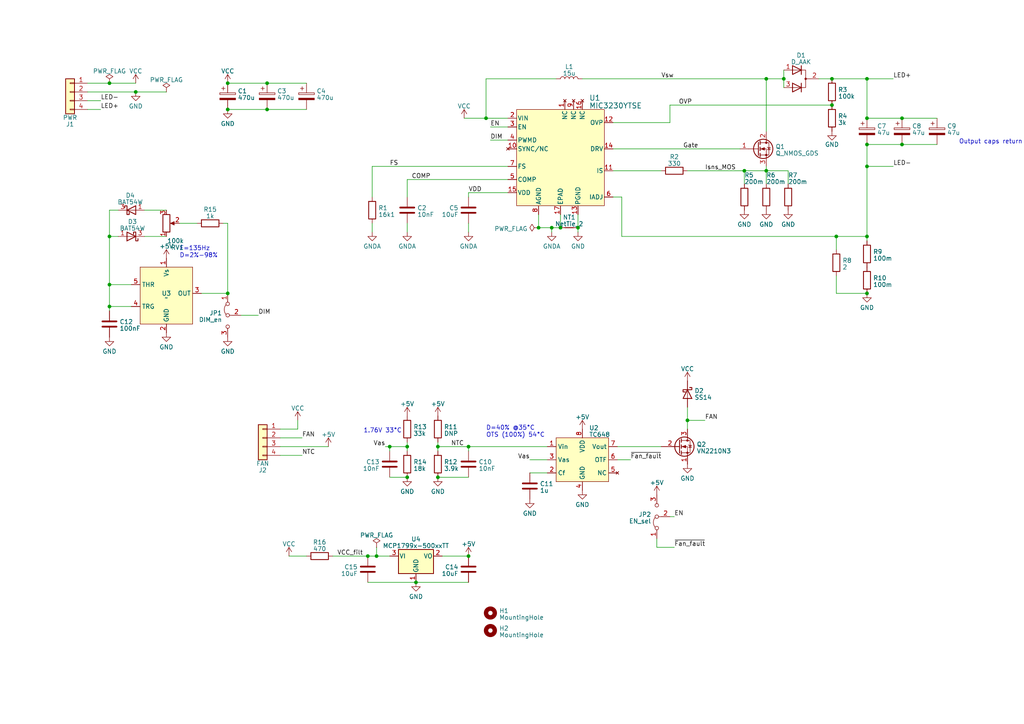
<source format=kicad_sch>
(kicad_sch (version 20230121) (generator eeschema)
  (paper "A4")
  (lib_symbols
    (symbol "Connector_Generic:Conn_01x04" (pin_names (offset 1.016) hide)
      (property "Reference" "J" (at 0 5.08 0))
      (property "Value" "Conn_01x04" (at 0 -7.62 0))
      (symbol "Conn_01x04_1_1"
        (rectangle (start -1.27 -4.953) (end 0 -5.207) (stroke (width 0.1524)))
        (rectangle (start -1.27 -2.413) (end 0 -2.667) (stroke (width 0.1524)))
        (rectangle (start -1.27 0.127) (end 0 -0.127) (stroke (width 0.1524)))
        (rectangle (start -1.27 2.667) (end 0 2.413) (stroke (width 0.1524)))
        (rectangle (start -1.27 3.81) (end 1.27 -6.35) (stroke (width 0.254)) (fill (type background)))
        (pin passive line (at -5.08 2.54 0) (length 3.81) (name "Pin_1") (number "1"))
        (pin passive line (at -5.08 0 0) (length 3.81) (name "Pin_2") (number "2"))
        (pin passive line (at -5.08 -2.54 0) (length 3.81) (name "Pin_3") (number "3"))
        (pin passive line (at -5.08 -5.08 0) (length 3.81) (name "Pin_4") (number "4"))
      )
    )
    (symbol "Device:C" (pin_numbers hide) (pin_names (offset 0.254))
      (property "Reference" "C" (at 0.635 2.54 0))
      (property "Value" "C" (at 0.635 -2.54 0))
      (symbol "C_0_1"
        (polyline (pts (xy -2.032 -0.762) (xy 2.032 -0.762)) (stroke (width 0.508)))
        (polyline (pts (xy -2.032 0.762) (xy 2.032 0.762)) (stroke (width 0.508)))
      )
      (symbol "C_1_1"
        (pin passive line (at 0 3.81 270) (length 2.794) (name "~") (number "1"))
        (pin passive line (at 0 -3.81 90) (length 2.794) (name "~") (number "2"))
      )
    )
    (symbol "Device:C_Polarized" (pin_numbers hide) (pin_names (offset 0.254))
      (property "Reference" "C" (at 0.635 2.54 0))
      (property "Value" "C_Polarized" (at 0.635 -2.54 0))
      (symbol "C_Polarized_0_1"
        (rectangle (start -2.286 0.508) (end 2.286 1.016))
        (polyline (pts (xy -1.778 2.286) (xy -0.762 2.286)))
        (polyline (pts (xy -1.27 2.794) (xy -1.27 1.778)))
        (rectangle (start 2.286 -0.508) (end -2.286 -1.016) (fill (type outline)))
      )
      (symbol "C_Polarized_1_1"
        (pin passive line (at 0 3.81 270) (length 2.794) (name "~") (number "1"))
        (pin passive line (at 0 -3.81 90) (length 2.794) (name "~") (number "2"))
      )
    )
    (symbol "Device:D_Dual_CommonCathode_AKA_Parallel" (pin_names (offset 0.762) hide)
      (property "Reference" "D" (at 0 5.08 0))
      (property "Value" "D_Dual_CommonCathode_AKA_Parallel" (at 0 -5.08 0))
      (symbol "D_Dual_CommonCathode_AKA_Parallel_0_0"
        (polyline (pts (xy 0 -1.27) (xy 0 -3.81)) (stroke (width 0.254)))
        (polyline (pts (xy 0 3.81) (xy 0 1.27)) (stroke (width 0.254)))
      )
      (symbol "D_Dual_CommonCathode_AKA_Parallel_0_1"
        (polyline (pts (xy 1.27 0) (xy 2.54 0)))
        (polyline (pts (xy -2.54 -2.54) (xy 1.27 -2.54) (xy 1.27 2.54) (xy -2.54 2.54)))
        (polyline (pts (xy -2.54 -1.27) (xy 0 -2.54) (xy -2.54 -3.81) (xy -2.54 -1.27) (xy -2.54 -1.27) (xy -2.54 -1.27)) (stroke (width 0.254)))
        (polyline (pts (xy -2.54 3.81) (xy 0 2.54) (xy -2.54 1.27) (xy -2.54 3.81) (xy -2.54 3.81) (xy -2.54 3.81)) (stroke (width 0.254)))
        (circle (center 1.27 0) (radius 0.254) (fill (type outline)))
        (pin passive line (at -5.08 2.54 0) (length 2.54) (name "K") (number "1"))
        (pin passive line (at 5.08 0 180) (length 2.54) (name "A") (number "2"))
        (pin passive line (at -5.08 -2.54 0) (length 2.54) (name "K") (number "3"))
      )
    )
    (symbol "Device:D_Schottky" (pin_numbers hide) (pin_names (offset 1.016) hide)
      (property "Reference" "D" (at 0 2.54 0))
      (property "Value" "D_Schottky" (at 0 -2.54 0))
      (symbol "D_Schottky_0_1"
        (polyline (pts (xy 1.27 0) (xy -1.27 0)))
        (polyline (pts (xy 1.27 1.27) (xy 1.27 -1.27) (xy -1.27 0) (xy 1.27 1.27)) (stroke (width 0.254)))
        (polyline (pts (xy -1.905 0.635) (xy -1.905 1.27) (xy -1.27 1.27) (xy -1.27 -1.27) (xy -0.635 -1.27) (xy -0.635 -0.635)) (stroke (width 0.254)))
      )
      (symbol "D_Schottky_1_1"
        (pin passive line (at -3.81 0 0) (length 2.54) (name "K") (number "1"))
        (pin passive line (at 3.81 0 180) (length 2.54) (name "A") (number "2"))
      )
    )
    (symbol "Device:L" (pin_numbers hide) (pin_names (offset 1.016) hide)
      (property "Reference" "L" (at -1.27 0 90))
      (property "Value" "L" (at 1.905 0 90))
      (symbol "L_0_1"
        (arc (start 0 -2.54) (mid 0.6323 -1.905) (end 0 -1.27))
        (arc (start 0 -1.27) (mid 0.6323 -0.635) (end 0 0))
        (arc (start 0 0) (mid 0.6323 0.635) (end 0 1.27))
        (arc (start 0 1.27) (mid 0.6323 1.905) (end 0 2.54))
      )
      (symbol "L_1_1"
        (pin passive line (at 0 3.81 270) (length 1.27) (name "1") (number "1"))
        (pin passive line (at 0 -3.81 90) (length 1.27) (name "2") (number "2"))
      )
    )
    (symbol "Device:NetTie_2" (pin_numbers hide) (pin_names (offset 0) hide) (in_bom no)
      (property "Reference" "NT" (at 0 1.27 0))
      (property "Value" "NetTie_2" (at 0 -1.27 0))
      (symbol "NetTie_2_0_1"
        (polyline (pts (xy -1.27 0) (xy 1.27 0)) (stroke (width 0.254)))
      )
      (symbol "NetTie_2_1_1"
        (pin passive line (at -2.54 0 0) (length 2.54) (name "1") (number "1"))
        (pin passive line (at 2.54 0 180) (length 2.54) (name "2") (number "2"))
      )
    )
    (symbol "Device:Q_NMOS_GDS" (pin_names (offset 0) hide)
      (property "Reference" "Q" (at 5.08 1.27 0))
      (property "Value" "Q_NMOS_GDS" (at 5.08 -1.27 0))
      (symbol "Q_NMOS_GDS_0_1"
        (polyline (pts (xy 0.254 0) (xy -2.54 0)))
        (polyline (pts (xy 0.254 1.905) (xy 0.254 -1.905)) (stroke (width 0.254)))
        (polyline (pts (xy 0.762 -1.27) (xy 0.762 -2.286)) (stroke (width 0.254)))
        (polyline (pts (xy 0.762 0.508) (xy 0.762 -0.508)) (stroke (width 0.254)))
        (polyline (pts (xy 0.762 2.286) (xy 0.762 1.27)) (stroke (width 0.254)))
        (polyline (pts (xy 2.54 2.54) (xy 2.54 1.778)))
        (polyline (pts (xy 2.54 -2.54) (xy 2.54 0) (xy 0.762 0)))
        (polyline (pts (xy 0.762 -1.778) (xy 3.302 -1.778) (xy 3.302 1.778) (xy 0.762 1.778)))
        (polyline (pts (xy 1.016 0) (xy 2.032 0.381) (xy 2.032 -0.381) (xy 1.016 0)) (fill (type outline)))
        (polyline (pts (xy 2.794 0.508) (xy 2.921 0.381) (xy 3.683 0.381) (xy 3.81 0.254)))
        (polyline (pts (xy 3.302 0.381) (xy 2.921 -0.254) (xy 3.683 -0.254) (xy 3.302 0.381)))
        (circle (center 1.651 0) (radius 2.794) (stroke (width 0.254)))
        (circle (center 2.54 -1.778) (radius 0.254) (fill (type outline)))
        (circle (center 2.54 1.778) (radius 0.254) (fill (type outline)))
      )
      (symbol "Q_NMOS_GDS_1_1"
        (pin input line (at -5.08 0 0) (length 2.54) (name "G") (number "1"))
        (pin passive line (at 2.54 5.08 270) (length 2.54) (name "D") (number "2"))
        (pin passive line (at 2.54 -5.08 90) (length 2.54) (name "S") (number "3"))
      )
    )
    (symbol "Device:Q_NMOS_SGD" (pin_names (offset 0) hide)
      (property "Reference" "Q" (at 5.08 1.27 0))
      (property "Value" "Q_NMOS_SGD" (at 5.08 -1.27 0))
      (symbol "Q_NMOS_SGD_0_1"
        (polyline (pts (xy 0.254 0) (xy -2.54 0)))
        (polyline (pts (xy 0.254 1.905) (xy 0.254 -1.905)) (stroke (width 0.254)))
        (polyline (pts (xy 0.762 -1.27) (xy 0.762 -2.286)) (stroke (width 0.254)))
        (polyline (pts (xy 0.762 0.508) (xy 0.762 -0.508)) (stroke (width 0.254)))
        (polyline (pts (xy 0.762 2.286) (xy 0.762 1.27)) (stroke (width 0.254)))
        (polyline (pts (xy 2.54 2.54) (xy 2.54 1.778)))
        (polyline (pts (xy 2.54 -2.54) (xy 2.54 0) (xy 0.762 0)))
        (polyline (pts (xy 0.762 -1.778) (xy 3.302 -1.778) (xy 3.302 1.778) (xy 0.762 1.778)))
        (polyline (pts (xy 1.016 0) (xy 2.032 0.381) (xy 2.032 -0.381) (xy 1.016 0)) (fill (type outline)))
        (polyline (pts (xy 2.794 0.508) (xy 2.921 0.381) (xy 3.683 0.381) (xy 3.81 0.254)))
        (polyline (pts (xy 3.302 0.381) (xy 2.921 -0.254) (xy 3.683 -0.254) (xy 3.302 0.381)))
        (circle (center 1.651 0) (radius 2.794) (stroke (width 0.254)))
        (circle (center 2.54 -1.778) (radius 0.254) (fill (type outline)))
        (circle (center 2.54 1.778) (radius 0.254) (fill (type outline)))
      )
      (symbol "Q_NMOS_SGD_1_1"
        (pin passive line (at 2.54 -5.08 90) (length 2.54) (name "S") (number "1"))
        (pin input line (at -5.08 0 0) (length 5.08) (name "G") (number "2"))
        (pin passive line (at 2.54 5.08 270) (length 2.54) (name "D") (number "3"))
      )
    )
    (symbol "Device:R" (pin_numbers hide) (pin_names (offset 0))
      (property "Reference" "R" (at 2.032 0 90))
      (property "Value" "R" (at 0 0 90))
      (symbol "R_0_1"
        (rectangle (start -1.016 -2.54) (end 1.016 2.54) (stroke (width 0.254)))
      )
      (symbol "R_1_1"
        (pin passive line (at 0 3.81 270) (length 1.27) (name "~") (number "1"))
        (pin passive line (at 0 -3.81 90) (length 1.27) (name "~") (number "2"))
      )
    )
    (symbol "Device:R_Potentiometer" (pin_names (offset 1.016) hide)
      (property "Reference" "RV" (at -4.445 0 90))
      (property "Value" "R_Potentiometer" (at -2.54 0 90))
      (symbol "R_Potentiometer_0_1"
        (polyline (pts (xy 2.54 0) (xy 1.524 0)))
        (polyline (pts (xy 1.143 0) (xy 2.286 0.508) (xy 2.286 -0.508) (xy 1.143 0)) (fill (type outline)))
        (rectangle (start 1.016 2.54) (end -1.016 -2.54) (stroke (width 0.254)))
      )
      (symbol "R_Potentiometer_1_1"
        (pin passive line (at 0 3.81 270) (length 1.27) (name "1") (number "1"))
        (pin passive line (at 3.81 0 180) (length 1.27) (name "2") (number "2"))
        (pin passive line (at 0 -3.81 90) (length 1.27) (name "3") (number "3"))
      )
    )
    (symbol "Diode:BAT54W" (pin_names (offset 1.016) hide)
      (property "Reference" "D" (at 0 2.54 0))
      (property "Value" "BAT54W" (at 0 -2.54 0))
      (symbol "BAT54W_0_1"
        (polyline (pts (xy 1.27 0) (xy -1.27 0)))
        (polyline (pts (xy 1.27 1.27) (xy 1.27 -1.27) (xy -1.27 0) (xy 1.27 1.27)) (stroke (width 0.254)))
        (polyline (pts (xy -1.905 0.635) (xy -1.905 1.27) (xy -1.27 1.27) (xy -1.27 -1.27) (xy -0.635 -1.27) (xy -0.635 -0.635)) (stroke (width 0.254)))
      )
      (symbol "BAT54W_1_1"
        (pin passive line (at 3.81 0 180) (length 2.54) (name "A") (number "1"))
        (pin no_connect line (at 0 0 90) (length 2.54) hide (name "NC") (number "2"))
        (pin passive line (at -3.81 0 0) (length 2.54) (name "K") (number "3"))
      )
    )
    (symbol "Jumper:Jumper_3_Bridged12" (pin_names (offset 0) hide)
      (property "Reference" "JP" (at -2.54 -2.54 0))
      (property "Value" "Jumper_3_Bridged12" (at 0 2.794 0))
      (symbol "Jumper_3_Bridged12_0_0"
        (circle (center -3.302 0) (radius 0.508))
        (circle (center 0 0) (radius 0.508))
        (circle (center 3.302 0) (radius 0.508))
      )
      (symbol "Jumper_3_Bridged12_0_1"
        (arc (start -0.254 0.508) (mid -1.651 0.9912) (end -3.048 0.508))
        (polyline (pts (xy 0 -1.27) (xy 0 -0.508)))
      )
      (symbol "Jumper_3_Bridged12_1_1"
        (pin passive line (at -6.35 0 0) (length 2.54) (name "A") (number "1"))
        (pin passive line (at 0 -3.81 90) (length 2.54) (name "C") (number "2"))
        (pin passive line (at 6.35 0 180) (length 2.54) (name "B") (number "3"))
      )
    )
    (symbol "Mechanical:MountingHole" (pin_names (offset 1.016))
      (property "Reference" "H" (at 0 5.08 0))
      (property "Value" "MountingHole" (at 0 3.175 0))
      (symbol "MountingHole_0_1"
        (circle (center 0 0) (radius 1.27) (stroke (width 1.27)))
      )
    )
    (symbol "Regulator_Linear:MCP1799x-500xxTT" (pin_names (offset 0.254))
      (property "Reference" "U" (at -3.81 3.175 0))
      (property "Value" "MCP1799x-500xxTT" (at 0 3.175 0))
      (symbol "MCP1799x-500xxTT_0_1"
        (rectangle (start -5.08 1.905) (end 5.08 -5.08) (stroke (width 0.254)) (fill (type background)))
      )
      (symbol "MCP1799x-500xxTT_1_1"
        (pin power_in line (at 0 -7.62 90) (length 2.54) (name "GND") (number "1"))
        (pin power_out line (at 7.62 0 180) (length 2.54) (name "VO") (number "2"))
        (pin power_in line (at -7.62 0 0) (length 2.54) (name "VI") (number "3"))
      )
    )
    (symbol "_MYLIBRARY:MIC1555"
      (property "Reference" "U" (at 0 0 0))
      (symbol "MIC1555_1_1"
        (rectangle (start -7.62 7.62) (end 7.62 -8.89) (fill (type background)))
        (pin power_in line (at 0 10.16 270) (length 2.54) (name "Vs") (number "1"))
        (pin power_in line (at 0 -11.43 90) (length 2.54) (name "GND") (number "2"))
        (pin output line (at 10.16 0 180) (length 2.54) (name "OUT") (number "3"))
        (pin input line (at -10.16 -3.81 0) (length 2.54) (name "TRG") (number "4"))
        (pin input line (at -10.16 2.54 0) (length 2.54) (name "THR") (number "5"))
      )
    )
    (symbol "_MYLIBRARY:MIC3230YTSE" (pin_names (offset 0.254))
      (property "Reference" "U" (at 1.27 0 0))
      (property "Value" "MIC3230YTSE" (at 1.27 -2.54 0))
      (symbol "MIC3230YTSE_0_1"
        (pin no_connect line (at 2.54 15.24 270) (length 2.54) (name "NC") (number "1"))
        (pin input line (at 16.51 -5.08 180) (length 2.54) (name "IS") (number "11"))
        (pin power_in line (at 6.35 -17.78 90) (length 2.54) (name "PGND") (number "13"))
        (pin output line (at 16.51 1.27 180) (length 2.54) (name "DRV") (number "14"))
        (pin no_connect line (at 7.62 15.24 270) (length 2.54) (name "NC") (number "16"))
        (pin input line (at -13.97 10.16 0) (length 2.54) (name "VIN") (number "2"))
        (pin input line (at -13.97 7.62 0) (length 2.54) (name "EN") (number "3"))
        (pin input line (at -13.97 3.81 0) (length 2.54) (name "PWMD") (number "4"))
        (pin output line (at -13.97 -7.62 0) (length 2.54) (name "COMP") (number "5"))
        (pin input line (at 16.51 -12.7 180) (length 2.54) (name "IADJ") (number "6"))
        (pin input line (at -13.97 -3.81 0) (length 2.54) (name "FS") (number "7"))
        (pin power_in line (at -5.08 -17.78 90) (length 2.54) (name "AGND") (number "8"))
        (pin no_connect line (at 5.08 15.24 270) (length 2.54) (name "NC") (number "9"))
      )
      (symbol "MIC3230YTSE_1_1"
        (rectangle (start -11.43 12.7) (end 13.97 -15.24) (fill (type background)))
        (pin no_connect line (at -13.97 1.27 0) (length 2.54) (name "SYNC/NC") (number "10"))
        (pin input line (at 16.51 8.89 180) (length 2.54) (name "OVP") (number "12"))
        (pin bidirectional line (at -13.97 -11.43 0) (length 2.54) (name "VDD") (number "15"))
        (pin power_in line (at 1.27 -17.78 90) (length 2.54) (name "EPAD") (number "17"))
      )
    )
    (symbol "_MYLIBRARY:TC648"
      (property "Reference" "U" (at 0 0 0))
      (property "Value" "TC648" (at 0 0 0))
      (symbol "TC648_1_1"
        (rectangle (start -7.62 6.35) (end 7.62 -6.35) (fill (type background)))
        (pin input line (at -10.16 3.81 0) (length 2.54) (name "Vin") (number "1"))
        (pin passive line (at -10.16 -3.81 0) (length 2.54) (name "Cf") (number "2"))
        (pin passive line (at -10.16 0 0) (length 2.54) (name "Vas") (number "3"))
        (pin power_in line (at 0 -8.89 90) (length 2.54) (name "GND") (number "4"))
        (pin no_connect line (at 10.16 -3.81 180) (length 2.54) (name "NC") (number "5"))
        (pin output line (at 10.16 0 180) (length 2.54) (name "OTF") (number "6"))
        (pin output line (at 10.16 3.81 180) (length 2.54) (name "Vout") (number "7"))
        (pin power_in line (at 0 8.89 270) (length 2.54) (name "VDD") (number "8"))
      )
    )
    (symbol "power:+5V" (power) (pin_names (offset 0))
      (property "Value" "+5V" (at 0 3.556 0))
      (symbol "+5V_0_1"
        (polyline (pts (xy -0.762 1.27) (xy 0 2.54)))
        (polyline (pts (xy 0 0) (xy 0 2.54)))
        (polyline (pts (xy 0 2.54) (xy 0.762 1.27)))
      )
      (symbol "+5V_1_1"
        (pin power_in line (at 0 0 90) (length 0) hide (name "+5V") (number "1"))
      )
    )
    (symbol "power:GND" (power) (pin_names (offset 0))
      (property "Value" "GND" (at 0 -3.81 0))
      (symbol "GND_0_1"
        (polyline (pts (xy 0 0) (xy 0 -1.27) (xy 1.27 -1.27) (xy 0 -2.54) (xy -1.27 -1.27) (xy 0 -1.27)))
      )
      (symbol "GND_1_1"
        (pin power_in line (at 0 0 270) (length 0) hide (name "GND") (number "1"))
      )
    )
    (symbol "power:GNDA" (power) (pin_names (offset 0))
      (property "Value" "GNDA" (at 0 -3.81 0))
      (symbol "GNDA_0_1"
        (polyline (pts (xy 0 0) (xy 0 -1.27) (xy 1.27 -1.27) (xy 0 -2.54) (xy -1.27 -1.27) (xy 0 -1.27)))
      )
      (symbol "GNDA_1_1"
        (pin power_in line (at 0 0 270) (length 0) hide (name "GNDA") (number "1"))
      )
    )
    (symbol "power:PWR_FLAG" (power) (pin_numbers hide) (pin_names (offset 0) hide)
      (property "Value" "PWR_FLAG" (at 0 3.81 0))
      (symbol "PWR_FLAG_0_0"
        (pin power_out line (at 0 0 90) (length 0) (name "pwr") (number "1"))
      )
      (symbol "PWR_FLAG_0_1"
        (polyline (pts (xy 0 0) (xy 0 1.27) (xy -1.016 1.905) (xy 0 2.54) (xy 1.016 1.905) (xy 0 1.27)))
      )
    )
    (symbol "power:VCC" (power) (pin_names (offset 0))
      (property "Value" "VCC" (at 0 3.81 0))
      (symbol "VCC_0_1"
        (polyline (pts (xy -0.762 1.27) (xy 0 2.54)))
        (polyline (pts (xy 0 0) (xy 0 2.54)))
        (polyline (pts (xy 0 2.54) (xy 0.762 1.27)))
      )
      (symbol "VCC_1_1"
        (pin power_in line (at 0 0 90) (length 0) hide (name "VCC") (number "1"))
      )
    )
  )
  (junction (at 251.46 48.26))
  (junction (at 222.25 49.53))
  (junction (at 241.3 22.86))
  (junction (at 106.68 161.29))
  (junction (at 31.75 24.13))
  (junction (at 127 129.54))
  (junction (at 160.02 66.04))
  (junction (at 120.65 168.91))
  (junction (at 66.04 31.75))
  (junction (at 222.25 22.86))
  (junction (at 167.64 66.04))
  (junction (at 109.22 161.29))
  (junction (at 261.62 34.29))
  (junction (at 77.47 31.75))
  (junction (at 135.89 161.29))
  (junction (at 118.11 129.54))
  (junction (at 215.9 49.53))
  (junction (at 251.46 41.91))
  (junction (at 77.47 24.13))
  (junction (at 66.04 24.13))
  (junction (at 251.46 22.86))
  (junction (at 251.46 85.09))
  (junction (at 242.57 68.58))
  (junction (at 31.75 88.9))
  (junction (at 127 138.43))
  (junction (at 227.33 22.86))
  (junction (at 156.21 66.04))
  (junction (at 31.75 82.55))
  (junction (at 39.37 26.67))
  (junction (at 66.04 85.09))
  (junction (at 251.46 34.29))
  (junction (at 135.89 129.54))
  (junction (at 251.46 68.58))
  (junction (at 241.3 30.48))
  (junction (at 113.03 129.54))
  (junction (at 140.97 34.29))
  (junction (at 118.11 138.43))
  (junction (at 261.62 41.91))
  (junction (at 31.75 68.58))
  (junction (at 162.56 66.04))
  (junction (at 199.39 121.92))
  (wire (pts (xy 251.46 68.58) (xy 242.57 68.58)))
  (wire (pts (xy 31.75 68.58) (xy 34.29 68.58)))
  (wire (pts (xy 222.25 22.86) (xy 227.33 22.86)))
  (wire (pts (xy 241.3 22.86) (xy 251.46 22.86)))
  (wire (pts (xy 118.11 57.15) (xy 118.11 52.07)))
  (wire (pts (xy 168.91 22.86) (xy 222.25 22.86)))
  (wire (pts (xy 118.11 129.54) (xy 118.11 130.81)))
  (wire (pts (xy 127 138.43) (xy 135.89 138.43)))
  (wire (pts (xy 179.07 129.54) (xy 191.77 129.54)))
  (wire (pts (xy 87.63 132.08) (xy 81.28 132.08)))
  (wire (pts (xy 135.89 130.81) (xy 135.89 129.54)))
  (wire (pts (xy 199.39 124.46) (xy 199.39 121.92)))
  (wire (pts (xy 106.68 161.29) (xy 96.52 161.29)))
  (wire (pts (xy 222.25 49.53) (xy 222.25 48.26)))
  (wire (pts (xy 31.75 82.55) (xy 31.75 88.9)))
  (wire (pts (xy 106.68 168.91) (xy 120.65 168.91)))
  (wire (pts (xy 180.34 68.58) (xy 242.57 68.58)))
  (wire (pts (xy 39.37 26.67) (xy 48.26 26.67)))
  (wire (pts (xy 25.4 31.75) (xy 29.21 31.75)))
  (wire (pts (xy 25.4 24.13) (xy 31.75 24.13)))
  (wire (pts (xy 38.1 88.9) (xy 31.75 88.9)))
  (wire (pts (xy 156.21 66.04) (xy 160.02 66.04)))
  (wire (pts (xy 251.46 41.91) (xy 251.46 48.26)))
  (wire (pts (xy 251.46 34.29) (xy 261.62 34.29)))
  (wire (pts (xy 113.03 138.43) (xy 118.11 138.43)))
  (wire (pts (xy 118.11 52.07) (xy 147.32 52.07)))
  (wire (pts (xy 120.65 168.91) (xy 135.89 168.91)))
  (wire (pts (xy 83.82 161.29) (xy 88.9 161.29)))
  (wire (pts (xy 113.03 129.54) (xy 118.11 129.54)))
  (wire (pts (xy 251.46 22.86) (xy 251.46 34.29)))
  (wire (pts (xy 156.21 62.23) (xy 156.21 66.04)))
  (wire (pts (xy 251.46 41.91) (xy 261.62 41.91)))
  (wire (pts (xy 251.46 22.86) (xy 259.08 22.86)))
  (wire (pts (xy 199.39 121.92) (xy 199.39 118.11)))
  (wire (pts (xy 227.33 20.32) (xy 227.33 22.86)))
  (wire (pts (xy 41.91 60.96) (xy 48.26 60.96)))
  (wire (pts (xy 111.76 129.54) (xy 113.03 129.54)))
  (wire (pts (xy 134.62 34.29) (xy 140.97 34.29)))
  (wire (pts (xy 64.77 64.77) (xy 66.04 64.77)))
  (wire (pts (xy 194.31 35.56) (xy 177.8 35.56)))
  (wire (pts (xy 222.25 49.53) (xy 228.6 49.53)))
  (wire (pts (xy 135.89 57.15) (xy 135.89 55.88)))
  (wire (pts (xy 118.11 128.27) (xy 118.11 129.54)))
  (wire (pts (xy 58.42 85.09) (xy 66.04 85.09)))
  (wire (pts (xy 142.24 40.64) (xy 147.32 40.64)))
  (wire (pts (xy 135.89 129.54) (xy 158.75 129.54)))
  (wire (pts (xy 81.28 124.46) (xy 86.36 124.46)))
  (wire (pts (xy 153.67 133.35) (xy 158.75 133.35)))
  (wire (pts (xy 251.46 48.26) (xy 259.08 48.26)))
  (wire (pts (xy 127 128.27) (xy 127 129.54)))
  (wire (pts (xy 118.11 67.31) (xy 118.11 64.77)))
  (wire (pts (xy 31.75 82.55) (xy 31.75 68.58)))
  (wire (pts (xy 153.67 137.16) (xy 158.75 137.16)))
  (wire (pts (xy 237.49 22.86) (xy 241.3 22.86)))
  (wire (pts (xy 261.62 41.91) (xy 271.78 41.91)))
  (wire (pts (xy 25.4 26.67) (xy 39.37 26.67)))
  (wire (pts (xy 135.89 67.31) (xy 135.89 64.77)))
  (wire (pts (xy 261.62 34.29) (xy 271.78 34.29)))
  (wire (pts (xy 194.31 30.48) (xy 241.3 30.48)))
  (wire (pts (xy 140.97 22.86) (xy 140.97 34.29)))
  (wire (pts (xy 215.9 49.53) (xy 222.25 49.53)))
  (wire (pts (xy 127 129.54) (xy 127 130.81)))
  (wire (pts (xy 127 129.54) (xy 135.89 129.54)))
  (wire (pts (xy 109.22 158.75) (xy 109.22 161.29)))
  (wire (pts (xy 215.9 49.53) (xy 215.9 53.34)))
  (wire (pts (xy 25.4 29.21) (xy 29.21 29.21)))
  (wire (pts (xy 39.37 24.13) (xy 31.75 24.13)))
  (wire (pts (xy 140.97 34.29) (xy 147.32 34.29)))
  (wire (pts (xy 113.03 130.81) (xy 113.03 129.54)))
  (wire (pts (xy 160.02 67.31) (xy 160.02 66.04)))
  (wire (pts (xy 199.39 49.53) (xy 215.9 49.53)))
  (wire (pts (xy 66.04 31.75) (xy 77.47 31.75)))
  (wire (pts (xy 251.46 48.26) (xy 251.46 68.58)))
  (wire (pts (xy 161.29 22.86) (xy 140.97 22.86)))
  (wire (pts (xy 195.58 158.75) (xy 190.5 158.75)))
  (wire (pts (xy 242.57 68.58) (xy 242.57 72.39)))
  (wire (pts (xy 214.63 43.18) (xy 177.8 43.18)))
  (wire (pts (xy 107.95 48.26) (xy 107.95 57.15)))
  (wire (pts (xy 242.57 85.09) (xy 251.46 85.09)))
  (wire (pts (xy 31.75 88.9) (xy 31.75 90.17)))
  (wire (pts (xy 81.28 127) (xy 87.63 127)))
  (wire (pts (xy 77.47 24.13) (xy 88.9 24.13)))
  (wire (pts (xy 142.24 36.83) (xy 147.32 36.83)))
  (wire (pts (xy 69.85 91.44) (xy 74.93 91.44)))
  (wire (pts (xy 66.04 24.13) (xy 77.47 24.13)))
  (wire (pts (xy 204.47 121.92) (xy 199.39 121.92)))
  (wire (pts (xy 86.36 121.92) (xy 86.36 124.46)))
  (wire (pts (xy 160.02 66.04) (xy 162.56 66.04)))
  (wire (pts (xy 107.95 48.26) (xy 147.32 48.26)))
  (wire (pts (xy 222.25 38.1) (xy 222.25 22.86)))
  (wire (pts (xy 228.6 49.53) (xy 228.6 53.34)))
  (wire (pts (xy 31.75 60.96) (xy 34.29 60.96)))
  (wire (pts (xy 95.25 129.54) (xy 81.28 129.54)))
  (wire (pts (xy 177.8 49.53) (xy 191.77 49.53)))
  (wire (pts (xy 251.46 69.85) (xy 251.46 68.58)))
  (wire (pts (xy 106.68 161.29) (xy 109.22 161.29)))
  (wire (pts (xy 41.91 68.58) (xy 48.26 68.58)))
  (wire (pts (xy 179.07 133.35) (xy 182.88 133.35)))
  (wire (pts (xy 167.64 67.31) (xy 167.64 66.04)))
  (wire (pts (xy 57.15 64.77) (xy 52.07 64.77)))
  (wire (pts (xy 180.34 57.15) (xy 177.8 57.15)))
  (wire (pts (xy 227.33 22.86) (xy 227.33 25.4)))
  (wire (pts (xy 180.34 68.58) (xy 180.34 57.15)))
  (wire (pts (xy 107.95 67.31) (xy 107.95 64.77)))
  (wire (pts (xy 31.75 60.96) (xy 31.75 68.58)))
  (wire (pts (xy 66.04 64.77) (xy 66.04 85.09)))
  (wire (pts (xy 128.27 161.29) (xy 135.89 161.29)))
  (wire (pts (xy 194.31 149.86) (xy 195.58 149.86)))
  (wire (pts (xy 162.56 62.23) (xy 162.56 66.04)))
  (wire (pts (xy 167.64 62.23) (xy 167.64 66.04)))
  (wire (pts (xy 109.22 161.29) (xy 113.03 161.29)))
  (wire (pts (xy 190.5 158.75) (xy 190.5 156.21)))
  (wire (pts (xy 77.47 31.75) (xy 88.9 31.75)))
  (wire (pts (xy 222.25 49.53) (xy 222.25 53.34)))
  (wire (pts (xy 31.75 82.55) (xy 38.1 82.55)))
  (wire (pts (xy 194.31 30.48) (xy 194.31 35.56)))
  (wire (pts (xy 135.89 55.88) (xy 147.32 55.88)))
  (wire (pts (xy 242.57 80.01) (xy 242.57 85.09)))
  (text "F=135Hz\nD=2%-98%" (at 52.07 74.93 0) (effects (font (size 1.27 1.27)) (justify left bottom)))
  (text "D=40% @35°C\nOTS (100%) 54°C" (at 140.97 127 0) (effects (font (size 1.27 1.27)) (justify left bottom)))
  (text "Output caps return should be to GND, no LED- !" (at 278.13 41.91 0) (effects (font (size 1.27 1.27)) (justify left bottom)))
  (text "1.76V 33°C" (at 105.41 125.73 0) (effects (font (size 1.27 1.27)) (justify left bottom)))
  (label "DIM" (at 142.24 40.64 0))
  (label "EN" (at 195.58 149.86 0))
  (label "LED-" (at 259.08 48.26 0))
  (label "VCC_filt" (at 97.79 161.29 0))
  (label "NTC" (at 87.63 132.08 0))
  (label "~{Fan_fault}" (at 182.88 133.35 0))
  (label "Vas" (at 111.76 129.54 180))
  (label "Vsw" (at 191.77 22.86 0))
  (label "FAN" (at 204.47 121.92 0))
  (label "FS" (at 113.03 48.26 0))
  (label "LED+" (at 29.21 31.75 0))
  (label "EN" (at 142.24 36.83 0))
  (label "Gate" (at 198.12 43.18 0))
  (label "COMP" (at 119.38 52.07 0))
  (label "Isns_MOS" (at 204.47 49.53 0))
  (label "FAN" (at 87.63 127 0))
  (label "Vas" (at 153.67 133.35 180))
  (label "VDD" (at 135.89 55.88 0))
  (label "DIM" (at 74.93 91.44 0))
  (label "LED+" (at 259.08 22.86 0))
  (label "LED-" (at 29.21 29.21 0))
  (label "NTC" (at 130.81 129.54 0))
  (label "~{Fan_fault}" (at 195.58 158.75 0))
  (label "OVP" (at 196.85 30.48 0))
  (symbol (lib_id "Device:C_Polarized") (at 271.78 38.1 0) (unit 1)
    (property "Reference" "C9" (at 274.701 36.5673 0) (effects (justify left)))
    (property "Value" "47u" (at 274.701 38.4883 0) (effects (justify left)))
    (property "Footprint" "Capacitor_THT:CP_Radial_D7.5mm_P2.50mm" (effects hide))
  )
  (symbol (lib_id "Jumper:Jumper_3_Bridged12") (at 190.5 149.86 90) (unit 1)
    (property "Reference" "JP2" (at 188.8738 149.2163 90) (effects (justify left)))
    (property "Value" "EN_sel" (at 188.8738 151.1373 90) (effects (justify left)))
    (property "Footprint" "Jumper:SolderJumper-3_P1.3mm_Bridged12_RoundedPad1.0x1.5mm" (effects hide))
  )
  (symbol (lib_id "Device:C") (at 113.03 134.62 0) (unit 1)
    (property "Reference" "C13" (at 110.109 133.9763 0) (effects (justify right)))
    (property "Value" "10nF" (at 110.109 135.8973 0) (effects (justify right)))
    (property "Footprint" "Capacitor_SMD:C_0805_2012Metric_Pad1.18x1.45mm_HandSolder" (effects hide))
  )
  (symbol (lib_id "Device:R") (at 251.46 73.66 180) (unit 1)
    (property "Reference" "R9" (at 253.238 73.0163 0) (effects (justify right)))
    (property "Value" "100m" (at 253.238 74.9373 0) (effects (justify right)))
    (property "Footprint" "Resistor_SMD:R_1210_3225Metric" (effects hide))
  )
  (symbol (lib_id "Device:R") (at 118.11 134.62 0) (unit 1)
    (property "Reference" "R14" (at 119.888 133.9763 0) (effects (justify left)))
    (property "Value" "18k" (at 119.888 135.8973 0) (effects (justify left)))
    (property "Footprint" "Resistor_SMD:R_0603_1608Metric_Pad0.98x0.95mm_HandSolder" (effects hide))
  )
  (symbol (lib_id "Device:R") (at 228.6 57.15 180) (unit 1)
    (property "Reference" "R7" (at 228.6 50.8 0) (effects (justify right)))
    (property "Value" "200m" (at 228.6 52.721 0) (effects (justify right)))
    (property "Footprint" "Resistor_SMD:R_2512_6332Metric" (effects hide))
  )
  (symbol (lib_id "power:GNDA") (at 107.95 67.31 0) (unit 1)
    (property "Reference" "#PWR04" (effects hide))
    (property "Value" "GNDA" (at 107.95 71.4455 0))
  )
  (symbol (lib_id "Mechanical:MountingHole") (at 142.24 182.88 0) (unit 1)
    (property "Reference" "H2" (at 144.78 182.2363 0) (effects (justify left)))
    (property "Value" "MountingHole" (at 144.78 184.1573 0) (effects (justify left)))
    (property "Footprint" "MountingHole:MountingHole_3.2mm_M3" (effects hide))
  )
  (symbol (lib_id "power:GND") (at 120.65 168.91 0) (unit 1)
    (property "Reference" "#PWR034" (effects hide))
    (property "Value" "GND" (at 120.65 173.0455 0))
  )
  (symbol (lib_id "Device:R") (at 251.46 81.28 180) (unit 1)
    (property "Reference" "R10" (at 253.238 80.6363 0) (effects (justify right)))
    (property "Value" "100m" (at 253.238 82.5573 0) (effects (justify right)))
    (property "Footprint" "Resistor_SMD:R_1210_3225Metric" (effects hide))
  )
  (symbol (lib_id "power:VCC") (at 39.37 24.13 0) (unit 1)
    (property "Reference" "#PWR02" (effects hide))
    (property "Value" "VCC" (at 39.37 20.6281 0))
  )
  (symbol (lib_id "power:PWR_FLAG") (at 109.22 158.75 0) (unit 1)
    (property "Reference" "#FLG04" (effects hide))
    (property "Value" "PWR_FLAG" (at 109.22 155.2481 0))
  )
  (symbol (lib_id "power:+5V") (at 48.26 74.93 0) (unit 1)
    (property "Reference" "#PWR022" (effects hide))
    (property "Value" "+5V" (at 48.26 71.4281 0))
  )
  (symbol (lib_id "power:+5V") (at 190.5 143.51 0) (unit 1)
    (property "Reference" "#PWR031" (effects hide))
    (property "Value" "+5V" (at 190.5 140.0081 0))
  )
  (symbol (lib_id "Jumper:Jumper_3_Bridged12") (at 66.04 91.44 90) (mirror x) (unit 1)
    (property "Reference" "JP1" (at 64.4138 90.7963 90) (effects (justify left)))
    (property "Value" "DIM_en" (at 64.4138 92.7173 90) (effects (justify left)))
    (property "Footprint" "Jumper:SolderJumper-3_P1.3mm_Bridged12_RoundedPad1.0x1.5mm" (effects hide))
  )
  (symbol (lib_id "_MYLIBRARY:TC648") (at 168.91 133.35 0) (unit 1)
    (property "Reference" "U2" (at 170.8659 124.1171 0) (effects (justify left)))
    (property "Value" "TC648" (at 170.8659 126.0381 0) (effects (justify left)))
    (property "Footprint" "Package_SO:SOIC-8_3.9x4.9mm_P1.27mm" (effects hide))
    (property "Datasheet" "https://ww1.microchip.com/downloads/aemDocuments/documents/APID/ProductDocuments/DataSheets/21448D.pdf" (effects hide))
  )
  (symbol (lib_id "Device:C") (at 135.89 60.96 0) (unit 1)
    (property "Reference" "C5" (at 132.969 60.3163 0) (effects (justify right)))
    (property "Value" "10uF" (at 132.969 62.2373 0) (effects (justify right)))
    (property "Footprint" "Capacitor_SMD:C_0805_2012Metric_Pad1.18x1.45mm_HandSolder" (effects hide))
  )
  (symbol (lib_id "power:GND") (at 222.25 60.96 0) (unit 1)
    (property "Reference" "#PWR015" (effects hide))
    (property "Value" "GND" (at 222.25 65.0955 0))
  )
  (symbol (lib_id "power:GND") (at 241.3 38.1 0) (unit 1)
    (property "Reference" "#PWR013" (effects hide))
    (property "Value" "GND" (at 241.3 41.91 0))
  )
  (symbol (lib_id "power:GND") (at 251.46 85.09 0) (unit 1)
    (property "Reference" "#PWR017" (effects hide))
    (property "Value" "GND" (at 251.46 89.2255 0))
  )
  (symbol (lib_id "Device:C") (at 135.89 165.1 0) (unit 1)
    (property "Reference" "C14" (at 132.969 164.4563 0) (effects (justify right)))
    (property "Value" "10uF" (at 132.969 166.3773 0) (effects (justify right)))
    (property "Footprint" "Capacitor_SMD:C_0805_2012Metric_Pad1.18x1.45mm_HandSolder" (effects hide))
  )
  (symbol (lib_id "Device:Q_NMOS_SGD") (at 196.85 129.54 0) (unit 1)
    (property "Reference" "Q2" (at 202.057 128.8963 0) (effects (justify left)))
    (property "Value" "VN2210N3" (at 202.057 130.8173 0) (effects (justify left)))
    (property "Footprint" "Package_TO_SOT_THT:TO-92L_HandSolder" (effects hide))
  )
  (symbol (lib_id "Device:R_Potentiometer") (at 48.26 64.77 0) (mirror x) (unit 1)
    (property "Reference" "RV1" (at 53.34 71.771 0) (effects (justify right)))
    (property "Value" "100k" (at 53.34 69.85 0) (effects (justify right)))
    (property "Footprint" "footprints:Potentiometer_oldTV_greyKnob" (effects hide))
  )
  (symbol (lib_id "power:GND") (at 199.39 134.62 0) (unit 1)
    (property "Reference" "#PWR019" (effects hide))
    (property "Value" "GND" (at 199.39 138.7555 0))
  )
  (symbol (lib_id "power:GND") (at 118.11 138.43 0) (unit 1)
    (property "Reference" "#PWR029" (effects hide))
    (property "Value" "GND" (at 118.11 142.5655 0))
  )
  (symbol (lib_id "Device:R") (at 127 134.62 0) (unit 1)
    (property "Reference" "R12" (at 128.778 133.9763 0) (effects (justify left)))
    (property "Value" "3.9k" (at 128.778 135.8973 0) (effects (justify left)))
    (property "Footprint" "Resistor_SMD:R_0603_1608Metric_Pad0.98x0.95mm_HandSolder" (effects hide))
  )
  (symbol (lib_id "Device:C_Polarized") (at 66.04 27.94 0) (unit 1)
    (property "Reference" "C1" (at 68.961 26.4073 0) (effects (justify left)))
    (property "Value" "470u" (at 68.961 28.3283 0) (effects (justify left)))
    (property "Footprint" "Capacitor_THT:CP_Radial_D10.0mm_P5.00mm" (effects hide))
  )
  (symbol (lib_id "Device:R") (at 242.57 76.2 180) (unit 1)
    (property "Reference" "R8" (at 244.348 75.5563 0) (effects (justify right)))
    (property "Value" "2" (at 244.348 77.4773 0) (effects (justify right)))
    (property "Footprint" "Resistor_SMD:R_1210_3225Metric" (effects hide))
  )
  (symbol (lib_id "Device:R") (at 127 124.46 0) (unit 1)
    (property "Reference" "R11" (at 128.778 123.8163 0) (effects (justify left)))
    (property "Value" "DNP" (at 128.778 125.7373 0) (effects (justify left)))
    (property "Footprint" "Resistor_SMD:R_0603_1608Metric_Pad0.98x0.95mm_HandSolder" (effects hide))
  )
  (symbol (lib_id "power:+5V") (at 135.89 161.29 0) (unit 1)
    (property "Reference" "#PWR035" (effects hide))
    (property "Value" "+5V" (at 135.89 157.7881 0))
  )
  (symbol (lib_id "power:VCC") (at 199.39 110.49 0) (unit 1)
    (property "Reference" "#PWR018" (effects hide))
    (property "Value" "VCC" (at 199.39 106.9881 0))
  )
  (symbol (lib_id "Device:C_Polarized") (at 88.9 27.94 0) (unit 1)
    (property "Reference" "C4" (at 91.821 26.4073 0) (effects (justify left)))
    (property "Value" "470u" (at 91.821 28.3283 0) (effects (justify left)))
    (property "Footprint" "Capacitor_THT:CP_Radial_D10.0mm_P5.00mm" (effects hide))
  )
  (symbol (lib_id "power:PWR_FLAG") (at 48.26 26.67 0) (unit 1)
    (property "Reference" "#FLG02" (effects hide))
    (property "Value" "PWR_FLAG" (at 48.26 23.1681 0))
  )
  (symbol (lib_id "Device:C") (at 135.89 134.62 0) (unit 1)
    (property "Reference" "C10" (at 138.811 133.9763 0) (effects (justify left)))
    (property "Value" "10nF" (at 138.811 135.8973 0) (effects (justify left)))
    (property "Footprint" "Capacitor_SMD:C_0805_2012Metric_Pad1.18x1.45mm_HandSolder" (effects hide))
  )
  (symbol (lib_id "Device:R") (at 241.3 34.29 180) (unit 1)
    (property "Reference" "R4" (at 243.078 33.6463 0) (effects (justify right)))
    (property "Value" "3k" (at 243.078 35.5673 0) (effects (justify right)))
    (property "Footprint" "Resistor_SMD:R_0603_1608Metric_Pad0.98x0.95mm_HandSolder" (effects hide))
  )
  (symbol (lib_id "Device:R") (at 222.25 57.15 180) (unit 1)
    (property "Reference" "R6" (at 222.25 50.8 0) (effects (justify right)))
    (property "Value" "200m" (at 222.25 52.721 0) (effects (justify right)))
    (property "Footprint" "Resistor_SMD:R_2512_6332Metric" (effects hide))
  )
  (symbol (lib_id "power:GND") (at 153.67 144.78 0) (unit 1)
    (property "Reference" "#PWR030" (effects hide))
    (property "Value" "GND" (at 153.67 148.9155 0))
  )
  (symbol (lib_id "power:GNDA") (at 118.11 67.31 0) (unit 1)
    (property "Reference" "#PWR07" (effects hide))
    (property "Value" "GNDA" (at 118.11 71.4455 0))
  )
  (symbol (lib_id "power:GND") (at 168.91 142.24 0) (unit 1)
    (property "Reference" "#PWR020" (effects hide))
    (property "Value" "GND" (at 168.91 146.3755 0))
  )
  (symbol (lib_id "power:VCC") (at 134.62 34.29 0) (unit 1)
    (property "Reference" "#PWR08" (effects hide))
    (property "Value" "VCC" (at 134.62 30.7881 0))
  )
  (symbol (lib_id "power:GND") (at 66.04 31.75 0) (unit 1)
    (property "Reference" "#PWR06" (effects hide))
    (property "Value" "GND" (at 66.04 35.8855 0))
  )
  (symbol (lib_id "power:GND") (at 167.64 67.31 0) (unit 1)
    (property "Reference" "#PWR012" (effects hide))
    (property "Value" "GND" (at 167.64 71.4455 0))
  )
  (symbol (lib_id "power:GND") (at 215.9 60.96 0) (unit 1)
    (property "Reference" "#PWR014" (effects hide))
    (property "Value" "GND" (at 215.9 65.0955 0))
  )
  (symbol (lib_id "Device:C_Polarized") (at 251.46 38.1 0) (unit 1)
    (property "Reference" "C7" (at 254.381 36.5673 0) (effects (justify left)))
    (property "Value" "47u" (at 254.381 38.4883 0) (effects (justify left)))
    (property "Footprint" "Capacitor_THT:CP_Radial_D7.5mm_P2.50mm" (effects hide))
  )
  (symbol (lib_id "Connector_Generic:Conn_01x04") (at 76.2 127 0) (mirror y) (unit 1)
    (property "Reference" "J2" (at 76.2 136.3599 0))
    (property "Value" "FAN" (at 76.2 134.4389 0))
    (property "Footprint" "Connector_PinHeader_2.54mm:PinHeader_1x04_P2.54mm_Vertical" (effects hide))
  )
  (symbol (lib_id "power:+5V") (at 127 120.65 0) (unit 1)
    (property "Reference" "#PWR026" (effects hide))
    (property "Value" "+5V" (at 127 117.1481 0))
  )
  (symbol (lib_id "power:VCC") (at 83.82 161.29 0) (unit 1)
    (property "Reference" "#PWR033" (effects hide))
    (property "Value" "VCC" (at 83.82 157.7881 0))
  )
  (symbol (lib_id "Device:Q_NMOS_GDS") (at 219.71 43.18 0) (unit 1)
    (property "Reference" "Q1" (at 224.917 42.5363 0) (effects (justify left)))
    (property "Value" "Q_NMOS_GDS" (at 224.917 44.4573 0) (effects (justify left)))
    (property "Footprint" "Package_TO_SOT_THT:TO-220-3_Vertical" (effects hide))
  )
  (symbol (lib_id "power:+5V") (at 168.91 124.46 0) (unit 1)
    (property "Reference" "#PWR021" (effects hide))
    (property "Value" "+5V" (at 168.91 120.9581 0))
  )
  (symbol (lib_id "power:VCC") (at 66.04 24.13 0) (unit 1)
    (property "Reference" "#PWR05" (effects hide))
    (property "Value" "VCC" (at 66.04 20.6281 0))
  )
  (symbol (lib_id "Device:NetTie_2") (at 165.1 66.04 0) (unit 1) (in_bom no)
    (property "Reference" "NT1" (at 165.1 63.0301 0))
    (property "Value" "NetTie_2" (at 165.1 64.9511 0))
    (property "Footprint" "NetTie:NetTie-2_SMD_Pad0.5mm" (effects hide))
  )
  (symbol (lib_id "Device:C") (at 31.75 93.98 0) (unit 1)
    (property "Reference" "C12" (at 34.671 93.3363 0) (effects (justify left)))
    (property "Value" "100nF" (at 34.671 95.2573 0) (effects (justify left)))
    (property "Footprint" "Capacitor_SMD:C_0805_2012Metric_Pad1.18x1.45mm_HandSolder" (effects hide))
  )
  (symbol (lib_id "power:GND") (at 228.6 60.96 0) (unit 1)
    (property "Reference" "#PWR016" (effects hide))
    (property "Value" "GND" (at 228.6 65.0955 0))
  )
  (symbol (lib_id "power:GND") (at 66.04 97.79 0) (unit 1)
    (property "Reference" "#PWR024" (effects hide))
    (property "Value" "GND" (at 66.04 101.9255 0))
  )
  (symbol (lib_id "Device:C") (at 106.68 165.1 0) (unit 1)
    (property "Reference" "C15" (at 103.759 164.4563 0) (effects (justify right)))
    (property "Value" "10uF" (at 103.759 166.3773 0) (effects (justify right)))
    (property "Footprint" "Capacitor_SMD:C_0805_2012Metric_Pad1.18x1.45mm_HandSolder" (effects hide))
  )
  (symbol (lib_id "power:VCC") (at 86.36 121.92 0) (unit 1)
    (property "Reference" "#PWR01" (effects hide))
    (property "Value" "VCC" (at 86.36 118.4181 0))
  )
  (symbol (lib_id "Device:D_Dual_CommonCathode_AKA_Parallel") (at 232.41 22.86 0) (unit 1)
    (property "Reference" "D1" (at 232.3465 16.0401 0))
    (property "Value" "D_AAK" (at 232.3465 17.9611 0))
    (property "Footprint" "Package_TO_SOT_THT:TO-220-3_Vertical" (effects hide))
  )
  (symbol (lib_id "Device:D_Schottky") (at 199.39 114.3 270) (unit 1)
    (property "Reference" "D2" (at 201.422 113.3388 90) (effects (justify left)))
    (property "Value" "SS14" (at 201.422 115.2598 90) (effects (justify left)))
    (property "Footprint" "Diode_SMD:D_SMA" (effects hide))
  )
  (symbol (lib_id "_MYLIBRARY:MIC1555") (at 48.26 85.09 0) (unit 1)
    (property "Reference" "U3" (at 48.26 85.09 0))
    (property "Value" "~" (at 48.26 86.36 0))
    (property "Footprint" "Package_TO_SOT_SMD:SOT-23-5_HandSoldering" (effects hide))
  )
  (symbol (lib_id "Regulator_Linear:MCP1799x-500xxTT") (at 120.65 161.29 0) (unit 1)
    (property "Reference" "U4" (at 120.65 156.3751 0))
    (property "Value" "MCP1799x-500xxTT" (at 120.65 158.2961 0))
    (property "Footprint" "Package_TO_SOT_SMD:SOT-23" (effects hide))
    (property "Datasheet" "https://ww1.microchip.com/downloads/en/DeviceDoc/MCP1799-Data-Sheet-20006248A.pdf" (effects hide))
  )
  (symbol (lib_id "Device:L") (at 165.1 22.86 90) (unit 1)
    (property "Reference" "L1" (at 165.1 19.3447 90))
    (property "Value" "15u" (at 165.1 21.2657 90))
    (property "Footprint" "footprints:PCV-1-153-10L" (effects hide))
  )
  (symbol (lib_id "Diode:BAT54W") (at 38.1 68.58 180) (unit 1)
    (property "Reference" "D3" (at 38.4175 64.3001 0))
    (property "Value" "BAT54W" (at 38.4175 66.2211 0))
    (property "Footprint" "Package_TO_SOT_SMD:SOT-323_SC-70" (effects hide))
    (property "Datasheet" "https://assets.nexperia.com/documents/data-sheet/BAT54W_SER.pdf" (effects hide))
  )
  (symbol (lib_id "Device:C") (at 118.11 60.96 0) (unit 1)
    (property "Reference" "C2" (at 121.031 60.3163 0) (effects (justify left)))
    (property "Value" "10nF" (at 121.031 62.2373 0) (effects (justify left)))
    (property "Footprint" "Capacitor_SMD:C_0805_2012Metric_Pad1.18x1.45mm_HandSolder" (effects hide))
  )
  (symbol (lib_id "Connector_Generic:Conn_01x04") (at 20.32 26.67 0) (mirror y) (unit 1)
    (property "Reference" "J1" (at 20.32 36.0299 0))
    (property "Value" "PWR" (at 20.32 34.1089 0))
    (property "Footprint" "footprints:1986712-4_TE_Connectivity" (effects hide))
  )
  (symbol (lib_id "power:GNDA") (at 135.89 67.31 0) (unit 1)
    (property "Reference" "#PWR09" (effects hide))
    (property "Value" "GNDA" (at 135.89 71.4455 0))
  )
  (symbol (lib_id "power:GND") (at 39.37 26.67 0) (unit 1)
    (property "Reference" "#PWR03" (effects hide))
    (property "Value" "GND" (at 39.37 30.8055 0))
  )
  (symbol (lib_id "Mechanical:MountingHole") (at 142.24 177.8 0) (unit 1)
    (property "Reference" "H1" (at 144.78 177.1563 0) (effects (justify left)))
    (property "Value" "MountingHole" (at 144.78 179.0773 0) (effects (justify left)))
    (property "Footprint" "MountingHole:MountingHole_3.2mm_M3" (effects hide))
  )
  (symbol (lib_id "Device:R") (at 241.3 26.67 180) (unit 1)
    (property "Reference" "R3" (at 243.078 26.0263 0) (effects (justify right)))
    (property "Value" "100k" (at 243.078 27.9473 0) (effects (justify right)))
    (property "Footprint" "Resistor_SMD:R_0603_1608Metric_Pad0.98x0.95mm_HandSolder" (effects hide))
  )
  (symbol (lib_id "power:PWR_FLAG") (at 31.75 24.13 0) (unit 1)
    (property "Reference" "#FLG01" (effects hide))
    (property "Value" "PWR_FLAG" (at 31.75 20.6281 0))
  )
  (symbol (lib_id "power:GND") (at 31.75 97.79 0) (unit 1)
    (property "Reference" "#PWR032" (effects hide))
    (property "Value" "GND" (at 31.75 101.9255 0))
  )
  (symbol (lib_id "Device:C_Polarized") (at 261.62 38.1 0) (unit 1)
    (property "Reference" "C8" (at 264.541 36.5673 0) (effects (justify left)))
    (property "Value" "47u" (at 264.541 38.4883 0) (effects (justify left)))
    (property "Footprint" "Capacitor_THT:CP_Radial_D7.5mm_P2.50mm" (effects hide))
  )
  (symbol (lib_id "Device:R") (at 60.96 64.77 90) (unit 1)
    (property "Reference" "R15" (at 60.96 60.7441 90))
    (property "Value" "1k" (at 60.96 62.6651 90))
    (property "Footprint" "Resistor_SMD:R_0603_1608Metric_Pad0.98x0.95mm_HandSolder" (effects hide))
  )
  (symbol (lib_id "Diode:BAT54W") (at 38.1 60.96 0) (unit 1)
    (property "Reference" "D4" (at 37.7825 56.6801 0))
    (property "Value" "BAT54W" (at 37.7825 58.6011 0))
    (property "Footprint" "Package_TO_SOT_SMD:SOT-323_SC-70" (effects hide))
    (property "Datasheet" "https://assets.nexperia.com/documents/data-sheet/BAT54W_SER.pdf" (effects hide))
  )
  (symbol (lib_id "Device:R") (at 107.95 60.96 0) (unit 1)
    (property "Reference" "R1" (at 109.728 60.3163 0) (effects (justify left)))
    (property "Value" "16k1" (at 109.728 62.2373 0) (effects (justify left)))
    (property "Footprint" "Resistor_SMD:R_0603_1608Metric_Pad0.98x0.95mm_HandSolder" (effects hide))
  )
  (symbol (lib_id "Device:C_Polarized") (at 77.47 27.94 0) (unit 1)
    (property "Reference" "C3" (at 80.391 26.4073 0) (effects (justify left)))
    (property "Value" "470u" (at 80.391 28.3283 0) (effects (justify left)))
    (property "Footprint" "Capacitor_THT:CP_Radial_D10.0mm_P5.00mm" (effects hide))
  )
  (symbol (lib_id "Device:R") (at 195.58 49.53 90) (unit 1)
    (property "Reference" "R2" (at 195.58 45.5041 90))
    (property "Value" "330" (at 195.58 47.4251 90))
    (property "Footprint" "Resistor_SMD:R_0603_1608Metric_Pad0.98x0.95mm_HandSolder" (effects hide))
  )
  (symbol (lib_id "Device:C") (at 153.67 140.97 0) (unit 1)
    (property "Reference" "C11" (at 156.591 140.3263 0) (effects (justify left)))
    (property "Value" "1u" (at 156.591 142.2473 0) (effects (justify left)))
    (property "Footprint" "Capacitor_SMD:C_0805_2012Metric_Pad1.18x1.45mm_HandSolder" (effects hide))
  )
  (symbol (lib_id "power:PWR_FLAG") (at 156.21 66.04 90) (unit 1)
    (property "Reference" "#FLG03" (effects hide))
    (property "Value" "PWR_FLAG" (at 153.0351 66.3568 90) (effects (justify left)))
  )
  (symbol (lib_id "power:+5V") (at 118.11 120.65 0) (unit 1)
    (property "Reference" "#PWR028" (effects hide))
    (property "Value" "+5V" (at 118.11 117.1481 0))
  )
  (symbol (lib_id "power:GNDA") (at 160.02 67.31 0) (unit 1)
    (property "Reference" "#PWR011" (effects hide))
    (property "Value" "GNDA" (at 160.02 71.4455 0))
  )
  (symbol (lib_id "Device:R") (at 215.9 57.15 180) (unit 1)
    (property "Reference" "R5" (at 215.9 50.8 0) (effects (justify right)))
    (property "Value" "200m" (at 215.9 52.721 0) (effects (justify right)))
    (property "Footprint" "Resistor_SMD:R_2512_6332Metric" (effects hide))
  )
  (symbol (lib_id "power:+5V") (at 95.25 129.54 0) (unit 1)
    (property "Reference" "#PWR027" (effects hide))
    (property "Value" "+5V" (at 95.25 126.0381 0))
  )
  (symbol (lib_id "Device:R") (at 92.71 161.29 90) (unit 1)
    (property "Reference" "R16" (at 92.71 157.2641 90))
    (property "Value" "470" (at 92.71 159.1851 90))
    (property "Footprint" "Resistor_SMD:R_0805_2012Metric" (effects hide))
  )
  (symbol (lib_id "Device:R") (at 118.11 124.46 0) (unit 1)
    (property "Reference" "R13" (at 119.888 123.8163 0) (effects (justify left)))
    (property "Value" "33k" (at 119.888 125.7373 0) (effects (justify left)))
    (property "Footprint" "Resistor_SMD:R_0603_1608Metric_Pad0.98x0.95mm_HandSolder" (effects hide))
  )
  (symbol (lib_id "power:GND") (at 48.26 96.52 0) (unit 1)
    (property "Reference" "#PWR023" (effects hide))
    (property "Value" "GND" (at 48.26 100.6555 0))
  )
  (symbol (lib_id "_MYLIBRARY:MIC3230YTSE") (at 161.29 44.45 0) (unit 1)
    (property "Reference" "U1" (at 170.8659 28.3923 0) (effects (font (size 1.524 1.524)) (justify left)))
    (property "Value" "MIC3230YTSE" (at 170.8659 30.6465 0) (effects (font (size 1.524 1.524)) (justify left)))
    (property "Footprint" "Package_SO:TSSOP-16-1EP_4.4x5mm_P0.65mm" (effects hide))
    (property "Datasheet" "MIC3230YTSE" (effects hide))
  )
  (symbol (lib_id "power:GND") (at 127 138.43 0) (unit 1)
    (property "Reference" "#PWR025" (effects hide))
    (property "Value" "GND" (at 127 142.5655 0))
  )
)
</source>
